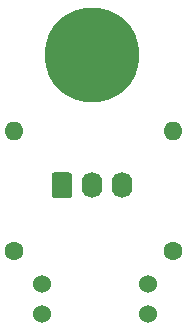
<source format=gbr>
%TF.GenerationSoftware,KiCad,Pcbnew,5.1.9-73d0e3b20d~88~ubuntu18.04.1*%
%TF.CreationDate,2021-03-07T14:56:15+02:00*%
%TF.ProjectId,oskar_optocoupler_carrier_pcb,6f736b61-725f-46f7-9074-6f636f75706c,rev a*%
%TF.SameCoordinates,Original*%
%TF.FileFunction,Soldermask,Top*%
%TF.FilePolarity,Negative*%
%FSLAX46Y46*%
G04 Gerber Fmt 4.6, Leading zero omitted, Abs format (unit mm)*
G04 Created by KiCad (PCBNEW 5.1.9-73d0e3b20d~88~ubuntu18.04.1) date 2021-03-07 14:56:15*
%MOMM*%
%LPD*%
G01*
G04 APERTURE LIST*
%ADD10C,8.000000*%
%ADD11C,4.400000*%
%ADD12C,1.524000*%
%ADD13O,1.740000X2.190000*%
%ADD14O,1.600000X1.600000*%
%ADD15C,1.600000*%
G04 APERTURE END LIST*
D10*
%TO.C,J2*%
X147592000Y-87992000D03*
D11*
X147592000Y-87992000D03*
%TD*%
D12*
%TO.C,U1*%
X152361000Y-109959000D03*
X152361000Y-107419000D03*
X143361000Y-107419000D03*
X143361000Y-109959000D03*
%TD*%
D13*
%TO.C,J1*%
X150114000Y-99060000D03*
X147574000Y-99060000D03*
G36*
G01*
X144164000Y-99905001D02*
X144164000Y-98214999D01*
G75*
G02*
X144413999Y-97965000I249999J0D01*
G01*
X145654001Y-97965000D01*
G75*
G02*
X145904000Y-98214999I0J-249999D01*
G01*
X145904000Y-99905001D01*
G75*
G02*
X145654001Y-100155000I-249999J0D01*
G01*
X144413999Y-100155000D01*
G75*
G02*
X144164000Y-99905001I0J249999D01*
G01*
G37*
%TD*%
D14*
%TO.C,R2*%
X154432000Y-94488000D03*
D15*
X154432000Y-104648000D03*
%TD*%
D14*
%TO.C,R1*%
X140970000Y-94488000D03*
D15*
X140970000Y-104648000D03*
%TD*%
M02*

</source>
